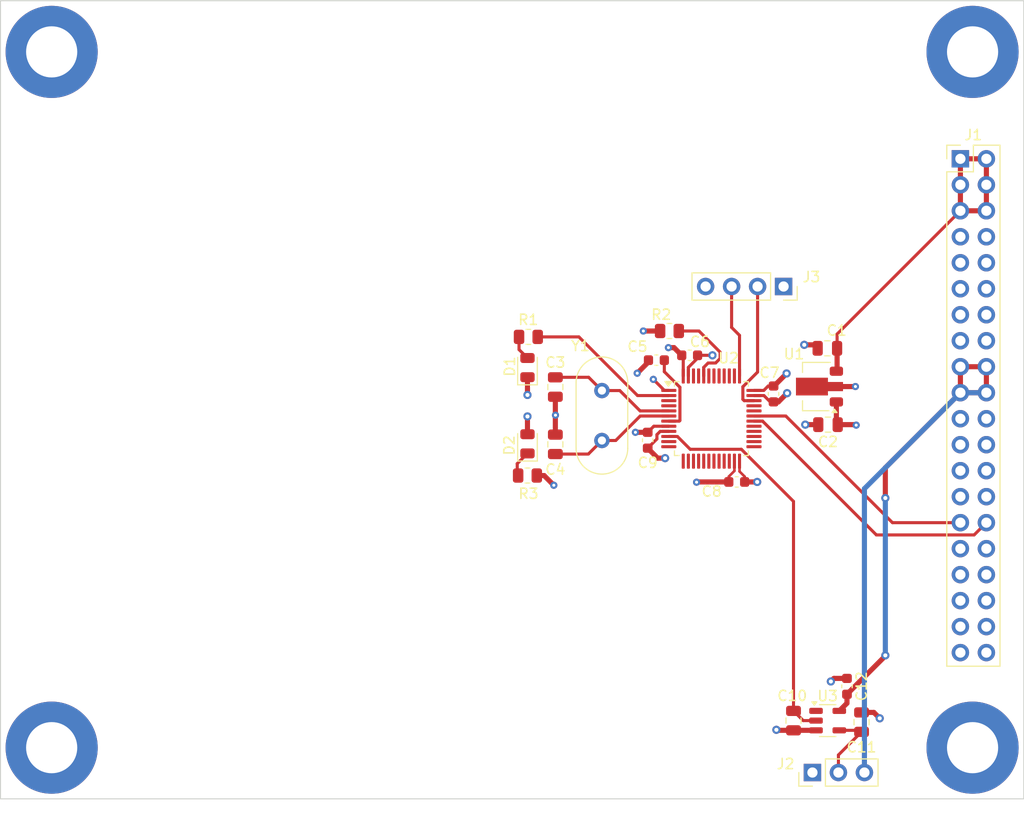
<source format=kicad_pcb>
(kicad_pcb (version 20240108) (generator "pcbnew") (generator_version "8.0")
  (layers (0 "F.Cu" signal) (1 "In1.Cu" signal) (2 "In2.Cu" signal) (31 "B.Cu" power) (34 "B.Paste" user) (35 "F.Paste" user) (36 "B.SilkS" user "B.Silkscreen") (37 "F.SilkS" user "F.Silkscreen") (38 "B.Mask" user) (39 "F.Mask" user) (44 "Edge.Cuts" user))
  (net 0 "")
  (net 1 "GND")
  (net 2 "VBATSW")
  (net 3 "3V3")
  (net 4 "Net-(U2-PD0)")
  (net 5 "Net-(U2-PD1)")
  (net 6 "Net-(U2-NRST)")
  (net 7 "Net-(D1-A)")
  (net 8 "Net-(D2-K)")
  (net 9 "TIM2_CH1")
  (net 10 "5V")
  (net 11 "SWDIO")
  (net 12 "SWCLK")
  (net 13 "Net-(U2-PC13)")
  (net 14 "Net-(U2-BOOT0)")
  (net 37 "UART1_RX")
  (net 38 "UART1_TX")
  (net 66 "TIM2_5V_SHIFT")
  (footprint "size 8 screw hole:size 8 hole .25 in hex nut" (layer "F.Cu") (at 186.2 130.17)
    (property "Reference" "REF**" (hide yes))
    (property "Value" "size 8 hole .25 in hex nut" (hide yes))
    (pad "1" thru_hole circle (at -0.05 -6.5) (size 9 9) (drill 5) (layers "*.Cu" "*.Mask"))
  )
  (footprint "Capacitor_SMD:C_0805_2012Metric" (layer "F.Cu") (at 145.375 88.425 90)
    (property "Reference" "C3" (at 2.4 0 0) (layer "F.SilkS"))
    (property "Value" "30pF")
    (fp_line (start -0.261252 -0.735) (end 0.261252 -0.735) (stroke (width 0.12)) (layer "F.SilkS"))
    (fp_line (start -0.261252 0.735) (end 0.261252 0.735) (stroke (width 0.12)) (layer "F.SilkS"))
    (pad "1" smd roundrect (at -0.95 0 90) (size 1 1.45) (layers "F.Cu" "F.Paste" "F.Mask") (net 1 "GND"))
    (pad "2" smd roundrect (at 0.95 0 90) (size 1 1.45) (layers "F.Cu" "F.Paste" "F.Mask") (net 4 "Net-(U2-PD0)"))
  )
  (footprint "Capacitor_SMD:C_0805_2012Metric" (layer "F.Cu") (at 145.375 94.025 -90)
    (property "Reference" "C4" (at 2.46 0 180) (layer "F.SilkS"))
    (property "Value" "30pF")
    (fp_line (start -0.261252 0.735) (end 0.261252 0.735) (stroke (width 0.12)) (layer "F.SilkS"))
    (fp_line (start -0.261252 -0.735) (end 0.261252 -0.735) (stroke (width 0.12)) (layer "F.SilkS"))
    (pad "1" smd roundrect (at -0.95 0 270) (size 1 1.45) (layers "F.Cu" "F.Paste" "F.Mask") (net 1 "GND"))
    (pad "2" smd roundrect (at 0.95 0 270) (size 1 1.45) (layers "F.Cu" "F.Paste" "F.Mask") (net 5 "Net-(U2-PD1)"))
  )
  (footprint "size 8 screw hole:size 8 hole .25 in hex nut" (layer "F.Cu") (at 96.2 62.17)
    (property "Reference" "REF**" (hide yes))
    (property "Value" "size 8 hole .25 in hex nut" (hide yes))
    (pad "1" thru_hole circle (at -0.05 -6.5) (size 9 9) (drill 5) (layers "*.Cu" "*.Mask"))
  )
  (footprint "Package_TO_SOT_SMD:SOT-89-3" (layer "F.Cu") (at 170.89 88.38 180)
    (property "Reference" "U1" (at 2.19 3.18 0) (layer "F.SilkS"))
    (property "Value" "L78L33_SOT89")
    (fp_line (start 1.36 2.36) (end -1.36 2.36) (stroke (width 0.12)) (layer "F.SilkS"))
    (fp_line (start 1.36 1.38) (end 1.36 2.36) (stroke (width 0.12)) (layer "F.SilkS"))
    (fp_line (start 1.36 -1.38) (end 1.36 -2.36) (stroke (width 0.12)) (layer "F.SilkS"))
    (fp_line (start -1.22 -2.36) (end 1.36 -2.36) (stroke (width 0.12)) (layer "F.SilkS"))
    (fp_poly (pts (xy -1.77 -2.21) (xy -2.01 -2.54) (xy -1.53 -2.54) (xy -1.77 -2.21)) (stroke (width 0.12)) (fill solid) (layer "F.SilkS"))
    (pad "1" smd roundrect (at -1.95 -1.5 180) (size 1.3 0.9) (layers "F.Cu" "F.Paste" "F.Mask") (net 3 "3V3"))
    (pad "2" smd custom (at -1.8625 0 180) (size 1.475 0.9) (layers "F.Cu" "F.Paste" "F.Mask") (net 1 "GND") (options (clearance outline) (anchor rect)) (primitives (gr_poly (pts (xy 3.8625 0.8665) (xy 0.7375 0.8665) (xy 0.7375 -0.8665) (xy 3.8625 -0.8665)) (width 0) (fill yes))))
    (pad "3" smd roundrect (at -1.95 1.5 180) (size 1.3 0.9) (layers "F.Cu" "F.Paste" "F.Mask") (net 2 "VBATSW"))
  )
  (footprint "Capacitor_SMD:C_0603_1608Metric" (layer "F.Cu") (at 173.875 117.675 -90)
    (property "Reference" "C12" (at 0 -1.43 90) (layer "F.SilkS"))
    (property "Value" "100nF")
    (fp_line (start -0.14058 0.51) (end 0.14058 0.51) (stroke (width 0.12)) (layer "F.SilkS"))
    (fp_line (start -0.14058 -0.51) (end 0.14058 -0.51) (stroke (width 0.12)) (layer "F.SilkS"))
    (pad "1" smd roundrect (at -0.775 0 270) (size 0.9 0.95) (layers "F.Cu" "F.Paste" "F.Mask") (net 1 "GND"))
    (pad "2" smd roundrect (at 0.775 0 270) (size 0.9 0.95) (layers "F.Cu" "F.Paste" "F.Mask") (net 10 "5V"))
  )
  (footprint "Connector_PinHeader_2.54mm:PinHeader_2x20_P2.54mm_Vertical" (layer "F.Cu") (at 184.96 66.12)
    (property "Reference" "J1" (at 1.27 -2.33 0) (layer "F.SilkS"))
    (property "Value" "~")
    (fp_line (start -1.33 -1.33) (end 0 -1.33) (stroke (width 0.12)) (layer "F.SilkS"))
    (fp_line (start -1.33 0) (end -1.33 -1.33) (stroke (width 0.12)) (layer "F.SilkS"))
    (fp_line (start -1.33 1.27) (end -1.33 49.59) (stroke (width 0.12)) (layer "F.SilkS"))
    (fp_line (start -1.33 1.27) (end 1.27 1.27) (stroke (width 0.12)) (layer "F.SilkS"))
    (fp_line (start -1.33 49.59) (end 3.87 49.59) (stroke (width 0.12)) (layer "F.SilkS"))
    (fp_line (start 1.27 -1.33) (end 3.87 -1.33) (stroke (width 0.12)) (layer "F.SilkS"))
    (fp_line (start 1.27 1.27) (end 1.27 -1.33) (stroke (width 0.12)) (layer "F.SilkS"))
    (fp_line (start 3.87 -1.33) (end 3.87 49.59) (stroke (width 0.12)) (layer "F.SilkS"))
    (pad "1" thru_hole rect (at 0 0) (size 1.7 1.7) (drill 1) (layers "*.Cu" "*.Mask") (net 2 "VBATSW"))
    (pad "2" thru_hole oval (at 2.54 0) (size 1.7 1.7) (drill 1) (layers "*.Cu" "*.Mask") (net 2 "VBATSW"))
    (pad "3" thru_hole oval (at 0 2.54) (size 1.7 1.7) (drill 1) (layers "*.Cu" "*.Mask") (net 2 "VBATSW"))
    (pad "4" thru_hole oval (at 2.54 2.54) (size 1.7 1.7) (drill 1) (layers "*.Cu" "*.Mask") (net 2 "VBATSW"))
    (pad "5" thru_hole oval (at 0 5.08) (size 1.7 1.7) (drill 1) (layers "*.Cu" "*.Mask") (net 2 "VBATSW"))
    (pad "6" thru_hole oval (at 2.54 5.08) (size 1.7 1.7) (drill 1) (layers "*.Cu" "*.Mask") (net 2 "VBATSW"))
    (pad "7" thru_hole oval (at 0 7.62) (size 1.7 1.7) (drill 1) (layers "*.Cu" "*.Mask") (net 1 "GND"))
    (pad "8" thru_hole oval (at 2.54 7.62) (size 1.7 1.7) (drill 1) (layers "*.Cu" "*.Mask") (net 1 "GND"))
    (pad "9" thru_hole oval (at 0 10.16) (size 1.7 1.7) (drill 1) (layers "*.Cu" "*.Mask"))
    (pad "10" thru_hole oval (at 2.54 10.16) (size 1.7 1.7) (drill 1) (layers "*.Cu" "*.Mask"))
    (pad "11" thru_hole oval (at 0 12.7) (size 1.7 1.7) (drill 1) (layers "*.Cu" "*.Mask"))
    (pad "12" thru_hole oval (at 2.54 12.7) (size 1.7 1.7) (drill 1) (layers "*.Cu" "*.Mask"))
    (pad "13" thru_hole oval (at 0 15.24) (size 1.7 1.7) (drill 1) (layers "*.Cu" "*.Mask"))
    (pad "14" thru_hole oval (at 2.54 15.24) (size 1.7 1.7) (drill 1) (layers "*.Cu" "*.Mask"))
    (pad "15" thru_hole oval (at 0 17.78) (size 1.7 1.7) (drill 1) (layers "*.Cu" "*.Mask") (net 1 "GND"))
    (pad "16" thru_hole oval (at 2.54 17.78) (size 1.7 1.7) (drill 1) (layers "*.Cu" "*.Mask") (net 1 "GND"))
    (pad "17" thru_hole oval (at 0 20.32) (size 1.7 1.7) (drill 1) (layers "*.Cu" "*.Mask") (net 10 "5V"))
    (pad "18" thru_hole oval (at 2.54 20.32) (size 1.7 1.7) (drill 1) (layers "*.Cu" "*.Mask") (net 10 "5V"))
    (pad "19" thru_hole oval (at 0 22.86) (size 1.7 1.7) (drill 1) (layers "*.Cu" "*.Mask") (net 10 "5V"))
    (pad "20" thru_hole oval (at 2.54 22.86) (size 1.7 1.7) (drill 1) (layers "*.Cu" "*.Mask") (net 10 "5V"))
    (pad "21" thru_hole oval (at 0 25.4) (size 1.7 1.7) (drill 1) (layers "*.Cu" "*.Mask"))
    (pad "22" thru_hole oval (at 2.54 25.4) (size 1.7 1.7) (drill 1) (layers "*.Cu" "*.Mask"))
    (pad "23" thru_hole oval (at 0 27.94) (size 1.7 1.7) (drill 1) (layers "*.Cu" "*.Mask"))
    (pad "24" thru_hole oval (at 2.54 27.94) (size 1.7 1.7) (drill 1) (layers "*.Cu" "*.Mask"))
    (pad "25" thru_hole oval (at 0 30.48) (size 1.7 1.7) (drill 1) (layers "*.Cu" "*.Mask") (net 1 "GND"))
    (pad "26" thru_hole oval (at 2.54 30.48) (size 1.7 1.7) (drill 1) (layers "*.Cu" "*.Mask") (net 1 "GND"))
    (pad "27" thru_hole oval (at 0 33.02) (size 1.7 1.7) (drill 1) (layers "*.Cu" "*.Mask"))
    (pad "28" thru_hole oval (at 2.54 33.02) (size 1.7 1.7) (drill 1) (layers "*.Cu" "*.Mask"))
    (pad "29" thru_hole oval (at 0 35.56) (size 1.7 1.7) (drill 1) (layers "*.Cu" "*.Mask") (net 37 "UART1_RX"))
    (pad "30" thru_hole oval (at 2.54 35.56) (size 1.7 1.7) (drill 1) (layers "*.Cu" "*.Mask") (net 38 "UART1_TX"))
    (pad "31" thru_hole oval (at 0 38.1) (size 1.7 1.7) (drill 1) (layers "*.Cu" "*.Mask"))
    (pad "32" thru_hole oval (at 2.54 38.1) (size 1.7 1.7) (drill 1) (layers "*.Cu" "*.Mask"))
    (pad "33" thru_hole oval (at 0 40.64) (size 1.7 1.7) (drill 1) (layers "*.Cu" "*.Mask") (net 1 "GND"))
    (pad "34" thru_hole oval (at 2.54 40.64) (size 1.7 1.7) (drill 1) (layers "*.Cu" "*.Mask") (net 1 "GND"))
    (pad "35" thru_hole oval (at 0 43.18) (size 1.7 1.7) (drill 1) (layers "*.Cu" "*.Mask"))
    (pad "36" thru_hole oval (at 2.54 43.18) (size 1.7 1.7) (drill 1) (layers "*.Cu" "*.Mask"))
    (pad "37" thru_hole oval (at 0 45.72) (size 1.7 1.7) (drill 1) (layers "*.Cu" "*.Mask"))
    (pad "38" thru_hole oval (at 2.54 45.72) (size 1.7 1.7) (drill 1) (layers "*.Cu" "*.Mask"))
    (pad "39" thru_hole oval (at 0 48.26) (size 1.7 1.7) (drill 1) (layers "*.Cu" "*.Mask"))
    (pad "40" thru_hole oval (at 2.54 48.26) (size 1.7 1.7) (drill 1) (layers "*.Cu" "*.Mask"))
  )
  (footprint "Package_TO_SOT_SMD:SOT-23-5" (layer "F.Cu") (at 171.9875 121.025)
    (property "Reference" "U3" (at 0 -2.4 0) (layer "F.SilkS"))
    (property "Value" "SN74LV1T34DBV")
    (fp_line (start 0 -1.56) (end -0.8 -1.56) (stroke (width 0.12)) (layer "F.SilkS"))
    (fp_line (start 0 -1.56) (end 0.8 -1.56) (stroke (width 0.12)) (layer "F.SilkS"))
    (fp_line (start 0 1.56) (end -0.8 1.56) (stroke (width 0.12)) (layer "F.SilkS"))
    (fp_line (start 0 1.56) (end 0.8 1.56) (stroke (width 0.12)) (layer "F.SilkS"))
    (fp_poly (pts (xy -1.3 -1.51) (xy -1.54 -1.84) (xy -1.06 -1.84) (xy -1.3 -1.51)) (stroke (width 0.12)) (fill solid) (layer "F.SilkS"))
    (pad "1" smd roundrect (at -1.1375 -0.95) (size 1.325 0.6) (layers "F.Cu" "F.Paste" "F.Mask"))
    (pad "2" smd roundrect (at -1.1375 0) (size 1.325 0.6) (layers "F.Cu" "F.Paste" "F.Mask") (net 9 "TIM2_CH1"))
    (pad "3" smd roundrect (at -1.1375 0.95) (size 1.325 0.6) (layers "F.Cu" "F.Paste" "F.Mask") (net 1 "GND"))
    (pad "4" smd roundrect (at 1.1375 0.95) (size 1.325 0.6) (layers "F.Cu" "F.Paste" "F.Mask") (net 66 "TIM2_5V_SHIFT"))
    (pad "5" smd roundrect (at 1.1375 -0.95) (size 1.325 0.6) (layers "F.Cu" "F.Paste" "F.Mask") (net 10 "5V"))
  )
  (footprint "Capacitor_SMD:C_0603_1608Metric" (layer "F.Cu") (at 163.1 97.7 180)
    (property "Reference" "C8" (at 2.45 -0.925 180) (layer "F.SilkS"))
    (property "Value" "100nF")
    (fp_line (start -0.14058 0.51) (end 0.14058 0.51) (stroke (width 0.12)) (layer "F.SilkS"))
    (fp_line (start -0.14058 -0.51) (end 0.14058 -0.51) (stroke (width 0.12)) (layer "F.SilkS"))
    (pad "1" smd roundrect (at -0.775 0 180) (size 0.9 0.95) (layers "F.Cu" "F.Paste" "F.Mask") (net 3 "3V3"))
    (pad "2" smd roundrect (at 0.775 0 180) (size 0.9 0.95) (layers "F.Cu" "F.Paste" "F.Mask") (net 1 "GND"))
  )
  (footprint "Connector_PinSocket_2.54mm:PinSocket_1x04_P2.54mm_Vertical" (layer "F.Cu") (at 167.68 78.6 -90)
    (property "Reference" "J3" (at -0.93 -2.73 180) (layer "F.SilkS"))
    (property "Value" "Conn_01x04")
    (fp_line (start -1.33 8.95) (end 1.33 8.95) (stroke (width 0.12)) (layer "F.SilkS"))
    (fp_line (start -1.33 1.27) (end -1.33 8.95) (stroke (width 0.12)) (layer "F.SilkS"))
    (fp_line (start -1.33 1.27) (end 1.33 1.27) (stroke (width 0.12)) (layer "F.SilkS"))
    (fp_line (start 1.33 1.27) (end 1.33 8.95) (stroke (width 0.12)) (layer "F.SilkS"))
    (fp_line (start 0 -1.33) (end 1.33 -1.33) (stroke (width 0.12)) (layer "F.SilkS"))
    (fp_line (start 1.33 -1.33) (end 1.33 0) (stroke (width 0.12)) (layer "F.SilkS"))
    (pad "1" thru_hole rect (at 0 0 270) (size 1.7 1.7) (drill 1) (layers "*.Cu" "*.Mask") (net 3 "3V3"))
    (pad "2" thru_hole oval (at 0 2.54 270) (size 1.7 1.7) (drill 1) (layers "*.Cu" "*.Mask") (net 11 "SWDIO"))
    (pad "3" thru_hole oval (at 0 5.08 270) (size 1.7 1.7) (drill 1) (layers "*.Cu" "*.Mask") (net 12 "SWCLK"))
    (pad "4" thru_hole oval (at 0 7.62 270) (size 1.7 1.7) (drill 1) (layers "*.Cu" "*.Mask") (net 1 "GND"))
  )
  (footprint "Capacitor_SMD:C_0603_1608Metric" (layer "F.Cu") (at 166.7 89.1 -90)
    (property "Reference" "C7" (at -2.075 0.4 0) (layer "F.SilkS"))
    (property "Value" "100nF")
    (fp_line (start -0.14058 0.51) (end 0.14058 0.51) (stroke (width 0.12)) (layer "F.SilkS"))
    (fp_line (start -0.14058 -0.51) (end 0.14058 -0.51) (stroke (width 0.12)) (layer "F.SilkS"))
    (pad "1" smd roundrect (at -0.775 0 270) (size 0.9 0.95) (layers "F.Cu" "F.Paste" "F.Mask") (net 3 "3V3"))
    (pad "2" smd roundrect (at 0.775 0 270) (size 0.9 0.95) (layers "F.Cu" "F.Paste" "F.Mask") (net 1 "GND"))
  )
  (footprint "Crystal:Crystal_HC49-4H_Vertical" (layer "F.Cu") (at 149.925 93.65 90)
    (property "Reference" "Y1" (at 9.25 -2.1 180) (layer "F.SilkS"))
    (property "Value" "16MHz")
    (fp_line (start -0.76 -2.525) (end 5.64 -2.525) (stroke (width 0.12)) (layer "F.SilkS"))
    (fp_line (start -0.76 2.525) (end 5.64 2.525) (stroke (width 0.12)) (layer "F.SilkS"))
    (fp_arc (start 5.64 -2.525) (mid 8.165 0) (end 5.64 2.525) (stroke (width 0.12)) (layer "F.SilkS"))
    (fp_arc (start -0.76 2.525) (mid -3.285 0) (end -0.76 -2.525) (stroke (width 0.12)) (layer "F.SilkS"))
    (pad "1" thru_hole circle (at 0 0 90) (size 1.5 1.5) (drill 0.8) (layers "*.Cu" "*.Mask") (net 5 "Net-(U2-PD1)"))
    (pad "2" thru_hole circle (at 4.88 0 90) (size 1.5 1.5) (drill 0.8) (layers "*.Cu" "*.Mask") (net 4 "Net-(U2-PD0)"))
  )
  (footprint "Capacitor_SMD:C_0805_2012Metric" (layer "F.Cu") (at 175.3 121.175 90)
    (property "Reference" "C11" (at -2.45 0 180) (layer "F.SilkS"))
    (property "Value" "2.5pF")
    (fp_line (start -0.261252 -0.735) (end 0.261252 -0.735) (stroke (width 0.12)) (layer "F.SilkS"))
    (fp_line (start -0.261252 0.735) (end 0.261252 0.735) (stroke (width 0.12)) (layer "F.SilkS"))
    (pad "1" smd roundrect (at -0.95 0 90) (size 1 1.45) (layers "F.Cu" "F.Paste" "F.Mask") (net 66 "TIM2_5V_SHIFT"))
    (pad "2" smd roundrect (at 0.95 0 90) (size 1 1.45) (layers "F.Cu" "F.Paste" "F.Mask") (net 1 "GND"))
  )
  (footprint "size 8 screw hole:size 8 hole .25 in hex nut" (layer "F.Cu") (at 96.2 130.17)
    (property "Reference" "REF**" (hide yes))
    (property "Value" "size 8 hole .25 in hex nut" (hide yes))
    (pad "1" thru_hole circle (at -0.05 -6.5) (size 9 9) (drill 5) (layers "*.Cu" "*.Mask"))
  )
  (footprint "Capacitor_SMD:C_0805_2012Metric" (layer "F.Cu") (at 168.65 121.025 -90)
    (property "Reference" "C10" (at -2.425 0.125 180) (layer "F.SilkS"))
    (property "Value" "2pF")
    (fp_line (start -0.261252 0.735) (end 0.261252 0.735) (stroke (width 0.12)) (layer "F.SilkS"))
    (fp_line (start -0.261252 -0.735) (end 0.261252 -0.735) (stroke (width 0.12)) (layer "F.SilkS"))
    (pad "1" smd roundrect (at -0.95 0 270) (size 1 1.45) (layers "F.Cu" "F.Paste" "F.Mask") (net 9 "TIM2_CH1"))
    (pad "2" smd roundrect (at 0.95 0 270) (size 1 1.45) (layers "F.Cu" "F.Paste" "F.Mask") (net 1 "GND"))
  )
  (footprint "Capacitor_SMD:C_0603_1608Metric" (layer "F.Cu") (at 158.5 85.325)
    (property "Reference" "C6" (at 1 -1.325 0) (layer "F.SilkS"))
    (property "Value" "100nF")
    (fp_line (start -0.14058 -0.51) (end 0.14058 -0.51) (stroke (width 0.12)) (layer "F.SilkS"))
    (fp_line (start -0.14058 0.51) (end 0.14058 0.51) (stroke (width 0.12)) (layer "F.SilkS"))
    (pad "1" smd roundrect (at -0.775 0) (size 0.9 0.95) (layers "F.Cu" "F.Paste" "F.Mask") (net 3 "3V3"))
    (pad "2" smd roundrect (at 0.775 0) (size 0.9 0.95) (layers "F.Cu" "F.Paste" "F.Mask") (net 1 "GND"))
  )
  (footprint "Resistor_SMD:R_0805_2012Metric" (layer "F.Cu") (at 142.7375 83.525)
    (property "Reference" "R1" (at -0.0125 -1.675 0) (layer "F.SilkS"))
    (property "Value" "510R")
    (fp_line (start -0.227064 -0.735) (end 0.227064 -0.735) (stroke (width 0.12)) (layer "F.SilkS"))
    (fp_line (start -0.227064 0.735) (end 0.227064 0.735) (stroke (width 0.12)) (layer "F.SilkS"))
    (pad "1" smd roundrect (at -0.9125 0) (size 1.025 1.4) (layers "F.Cu" "F.Paste" "F.Mask") (roundrect_rratio 0.243902) (net 7 "Net-(D1-A)"))
    (pad "2" smd roundrect (at 0.9125 0) (size 1.025 1.4) (layers "F.Cu" "F.Paste" "F.Mask") (roundrect_rratio 0.243902) (net 13 "Net-(U2-PC13)"))
  )
  (footprint "size 8 screw hole:size 8 hole .25 in hex nut" (layer "F.Cu") (at 186.2 62.17)
    (property "Reference" "REF**" (hide yes))
    (property "Value" "size 8 hole .25 in hex nut" (hide yes))
    (pad "1" thru_hole circle (at -0.05 -6.5) (size 9 9) (drill 5) (layers "*.Cu" "*.Mask"))
  )
  (footprint "Capacitor_SMD:C_0603_1608Metric" (layer "F.Cu") (at 155.25 85.8)
    (property "Reference" "C5" (at -1.85 -1.325 0) (layer "F.SilkS"))
    (property "Value" "100nF")
    (fp_line (start -0.14058 -0.51) (end 0.14058 -0.51) (stroke (width 0.12)) (layer "F.SilkS"))
    (fp_line (start -0.14058 0.51) (end 0.14058 0.51) (stroke (width 0.12)) (layer "F.SilkS"))
    (pad "1" smd roundrect (at -0.775 0) (size 0.9 0.95) (layers "F.Cu" "F.Paste" "F.Mask") (net 1 "GND"))
    (pad "2" smd roundrect (at 0.775 0) (size 0.9 0.95) (layers "F.Cu" "F.Paste" "F.Mask") (net 6 "Net-(U2-NRST)"))
  )
  (footprint "Connector_PinHeader_2.54mm:PinHeader_1x03_P2.54mm_Vertical" (layer "F.Cu") (at 170.5 126.1 90)
    (property "Reference" "J2" (at 0.84 -2.62 180) (layer "F.SilkS"))
    (property "Value" "Conn_01x03")
    (fp_line (start -1.33 -1.33) (end 0 -1.33) (stroke (width 0.12)) (layer "F.SilkS"))
    (fp_line (start -1.33 0) (end -1.33 -1.33) (stroke (width 0.12)) (layer "F.SilkS"))
    (fp_line (start 1.33 1.27) (end 1.33 6.41) (stroke (width 0.12)) (layer "F.SilkS"))
    (fp_line (start -1.33 1.27) (end 1.33 1.27) (stroke (width 0.12)) (layer "F.SilkS"))
    (fp_line (start -1.33 1.27) (end -1.33 6.41) (stroke (width 0.12)) (layer "F.SilkS"))
    (fp_line (start -1.33 6.41) (end 1.33 6.41) (stroke (width 0.12)) (layer "F.SilkS"))
    (pad "1" thru_hole rect (at 0 0 90) (size 1.7 1.7) (drill 1) (layers "*.Cu" "*.Mask") (net 1 "GND"))
    (pad "2" thru_hole oval (at 0 2.54 90) (size 1.7 1.7) (drill 1) (layers "*.Cu" "*.Mask") (net 66 "TIM2_5V_SHIFT"))
    (pad "3" thru_hole oval (at 0 5.08 90) (size 1.7 1.7) (drill 1) (layers "*.Cu" "*.Mask") (net 10 "5V"))
  )
  (footprint "Package_QFP:LQFP-48_7x7mm_P0.5mm" (layer "F.Cu") (at 160.625 91.5075)
    (property "Reference" "U2" (at 1.675 -5.9075 0) (layer "F.SilkS"))
    (property "Value" "STM32F103C6Tx")
    (fp_line (start -3.61 -3.61) (end -3.61 -3.16) (stroke (width 0.12)) (layer "F.SilkS"))
    (fp_line (start -3.61 3.61) (end -3.61 3.16) (stroke (width 0.12)) (layer "F.SilkS"))
    (fp_line (start -3.16 -3.61) (end -3.61 -3.61) (stroke (width 0.12)) (layer "F.SilkS"))
    (fp_line (start -3.16 3.61) (end -3.61 3.61) (stroke (width 0.12)) (layer "F.SilkS"))
    (fp_line (start 3.16 -3.61) (end 3.61 -3.61) (stroke (width 0.12)) (layer "F.SilkS"))
    (fp_line (start 3.16 3.61) (end 3.61 3.61) (stroke (width 0.12)) (layer "F.SilkS"))
    (fp_line (start 3.61 -3.61) (end 3.61 -3.16) (stroke (width 0.12)) (layer "F.SilkS"))
    (fp_line (start 3.61 3.61) (end 3.61 3.16) (stroke (width 0.12)) (layer "F.SilkS"))
    (fp_poly (pts (xy -4.2 -3.16) (xy -4.54 -3.63) (xy -3.86 -3.63) (xy -4.2 -3.16)) (stroke (width 0.12)) (fill solid) (layer "F.SilkS"))
    (pad "1" smd roundrect (at -4.1625 -2.75) (size 1.475 0.3) (layers "F.Cu" "F.Paste" "F.Mask") (net 3 "3V3"))
    (pad "2" smd roundrect (at -4.1625 -2.25) (size 1.475 0.3) (layers "F.Cu" "F.Paste" "F.Mask") (net 13 "Net-(U2-PC13)"))
    (pad "3" smd roundrect (at -4.1625 -1.75) (size 1.475 0.3) (layers "F.Cu" "F.Paste" "F.Mask"))
    (pad "4" smd roundrect (at -4.1625 -1.25) (size 1.475 0.3) (layers "F.Cu" "F.Paste" "F.Mask"))
    (pad "5" smd roundrect (at -4.1625 -0.75) (size 1.475 0.3) (layers "F.Cu" "F.Paste" "F.Mask") (net 4 "Net-(U2-PD0)"))
    (pad "6" smd roundrect (at -4.1625 -0.25) (size 1.475 0.3) (layers "F.Cu" "F.Paste" "F.Mask") (net 5 "Net-(U2-PD1)"))
    (pad "7" smd roundrect (at -4.1625 0.25) (size 1.475 0.3) (layers "F.Cu" "F.Paste" "F.Mask") (net 6 "Net-(U2-NRST)"))
    (pad "8" smd roundrect (at -4.1625 0.75) (size 1.475 0.3) (layers "F.Cu" "F.Paste" "F.Mask") (net 1 "GND"))
    (pad "9" smd roundrect (at -4.1625 1.25) (size 1.475 0.3) (layers "F.Cu" "F.Paste" "F.Mask") (net 3 "3V3"))
    (pad "10" smd roundrect (at -4.1625 1.75) (size 1.475 0.3) (layers "F.Cu" "F.Paste" "F.Mask") (net 9 "TIM2_CH1"))
    (pad "11" smd roundrect (at -4.1625 2.25) (size 1.475 0.3) (layers "F.Cu" "F.Paste" "F.Mask"))
    (pad "12" smd roundrect (at -4.1625 2.75) (size 1.475 0.3) (layers "F.Cu" "F.Paste" "F.Mask"))
    (pad "13" smd roundrect (at -2.75 4.1625) (size 0.3 1.475) (layers "F.Cu" "F.Paste" "F.Mask"))
    (pad "14" smd roundrect (at -2.25 4.1625) (size 0.3 1.475) (layers "F.Cu" "F.Paste" "F.Mask"))
    (pad "15" smd roundrect (at -1.75 4.1625) (size 0.3 1.475) (layers "F.Cu" "F.Paste" "F.Mask"))
    (pad "16" smd roundrect (at -1.25 4.1625) (size 0.3 1.475) (layers "F.Cu" "F.Paste" "F.Mask"))
    (pad "17" smd roundrect (at -0.75 4.1625) (size 0.3 1.475) (layers "F.Cu" "F.Paste" "F.Mask"))
    (pad "18" smd roundrect (at -0.25 4.1625) (size 0.3 1.475) (layers "F.Cu" "F.Paste" "F.Mask"))
    (pad "19" smd roundrect (at 0.25 4.1625) (size 0.3 1.475) (layers "F.Cu" "F.Paste" "F.Mask"))
    (pad "20" smd roundrect (at 0.75 4.1625) (size 0.3 1.475) (layers "F.Cu" "F.Paste" "F.Mask"))
    (pad "21" smd roundrect (at 1.25 4.1625) (size 0.3 1.475) (layers "F.Cu" "F.Paste" "F.Mask"))
    (pad "22" smd roundrect (at 1.75 4.1625) (size 0.3 1.475) (layers "F.Cu" "F.Paste" "F.Mask"))
    (pad "23" smd roundrect (at 2.25 4.1625) (size 0.3 1.475) (layers "F.Cu" "F.Paste" "F.Mask") (net 1 "GND"))
    (pad "24" smd roundrect (at 2.75 4.1625) (size 0.3 1.475) (layers "F.Cu" "F.Paste" "F.Mask") (net 3 "3V3"))
    (pad "25" smd roundrect (at 4.1625 2.75) (size 1.475 0.3) (layers "F.Cu" "F.Paste" "F.Mask"))
    (pad "26" smd roundrect (at 4.1625 2.25) (size 1.475 0.3) (layers "F.Cu" "F.Paste" "F.Mask"))
    (pad "27" smd roundrect (at 4.1625 1.75) (size 1.475 0.3) (layers "F.Cu" "F.Paste" "F.Mask"))
    (pad "28" smd roundrect (at 4.1625 1.25) (size 1.475 0.3) (layers "F.Cu" "F.Paste" "F.Mask"))
    (pad "29" smd roundrect (at 4.1625 0.75) (size 1.475 0.3) (layers "F.Cu" "F.Paste" "F.Mask"))
    (pad "30" smd roundrect (at 4.1625 0.25) (size 1.475 0.3) (layers "F.Cu" "F.Paste" "F.Mask") (net 38 "UART1_TX"))
    (pad "31" smd roundrect (at 4.1625 -0.25) (size 1.475 0.3) (layers "F.Cu" "F.Paste" "F.Mask") (net 37 "UART1_RX"))
    (pad "32" smd roundrect (at 4.1625 -0.75) (size 1.475 0.3) (layers "F.Cu" "F.Paste" "F.Mask"))
    (pad "33" smd roundrect (at 4.1625 -1.25) (size 1.475 0.3) (layers "F.Cu" "F.Paste" "F.Mask"))
    (pad "34" smd roundrect (at 4.1625 -1.75) (size 1.475 0.3) (layers "F.Cu" "F.Paste" "F.Mask") (net 11 "SWDIO"))
    (pad "35" smd roundrect (at 4.1625 -2.25) (size 1.475 0.3) (layers "F.Cu" "F.Paste" "F.Mask") (net 1 "GND"))
    (pad "36" smd roundrect (at 4.1625 -2.75) (size 1.475 0.3) (layers "F.Cu" "F.Paste" "F.Mask") (net 3 "3V3"))
    (pad "37" smd roundrect (at 2.75 -4.1625) (size 0.3 1.475) (layers "F.Cu" "F.Paste" "F.Mask") (net 12 "SWCLK"))
    (pad "38" smd roundrect (at 2.25 -4.1625) (size 0.3 1.475) (layers "F.Cu" "F.Paste" "F.Mask"))
    (pad "39" smd roundrect (at 1.75 -4.1625) (size 0.3 1.475) (layers "F.Cu" "F.Paste" "F.Mask"))
    (pad "40" smd roundrect (at 1.25 -4.1625) (size 0.3 1.475) (layers "F.Cu" "F.Paste" "F.Mask"))
    (pad "41" smd roundrect (at 0.75 -4.1625) (size 0.3 1.475) (layers "F.Cu" "F.Paste" "F.Mask"))
    (pad "42" smd roundrect (at 0.25 -4.1625) (size 0.3 1.475) (layers "F.Cu" "F.Paste" "F.Mask"))
    (pad "43" smd roundrect (at -0.25 -4.1625) (size 0.3 1.475) (layers "F.Cu" "F.Paste" "F.Mask"))
    (pad "44" smd roundrect (at -0.75 -4.1625) (size 0.3 1.475) (layers "F.Cu" "F.Paste" "F.Mask") (net 14 "Net-(U2-BOOT0)"))
    (pad "45" smd roundrect (at -1.25 -4.1625) (size 0.3 1.475) (layers "F.Cu" "F.Paste" "F.Mask"))
    (pad "46" smd roundrect (at -1.75 -4.1625) (size 0.3 1.475) (layers "F.Cu" "F.Paste" "F.Mask"))
    (pad "47" smd roundrect (at -2.25 -4.1625) (size 0.3 1.475) (layers "F.Cu" "F.Paste" "F.Mask") (net 1 "GND"))
    (pad "48" smd roundrect (at -2.75 -4.1625) (size 0.3 1.475) (layers "F.Cu" "F.Paste" "F.Mask") (net 3 "3V3"))
  )
  (footprint "Resistor_SMD:R_0805_2012Metric" (layer "F.Cu") (at 156.525 82.95 180)
    (property "Reference" "R2" (at 0.8 1.6 0) (layer "F.SilkS"))
    (property "Value" "10K")
    (fp_line (start -0.227064 0.735) (end 0.227064 0.735) (stroke (width 0.12)) (layer "F.SilkS"))
    (fp_line (start -0.227064 -0.735) (end 0.227064 -0.735) (stroke (width 0.12)) (layer "F.SilkS"))
    (pad "1" smd roundrect (at -0.9125 0 180) (size 1.025 1.4) (layers "F.Cu" "F.Paste" "F.Mask") (roundrect_rratio 0.243902) (net 14 "Net-(U2-BOOT0)"))
    (pad "2" smd roundrect (at 0.9125 0 180) (size 1.025 1.4) (layers "F.Cu" "F.Paste" "F.Mask") (roundrect_rratio 0.243902) (net 1 "GND"))
  )
  (footprint "Capacitor_SMD:C_0805_2012Metric" (layer "F.Cu") (at 172.02 92.1 180)
    (property "Reference" "C2" (at 0 -1.68 0) (layer "F.SilkS"))
    (property "Value" "10μF")
    (fp_line (start -0.261252 0.735) (end 0.261252 0.735) (stroke (width 0.12)) (layer "F.SilkS"))
    (fp_line (start -0.261252 -0.735) (end 0.261252 -0.735) (stroke (width 0.12)) (layer "F.SilkS"))
    (pad "1" smd roundrect (at -0.95 0 180) (size 1 1.45) (layers "F.Cu" "F.Paste" "F.Mask") (net 3 "3V3"))
    (pad "2" smd roundrect (at 0.95 0 180) (size 1 1.45) (layers "F.Cu" "F.Paste" "F.Mask") (net 1 "GND"))
  )
  (footprint "Capacitor_SMD:C_0603_1608Metric" (layer "F.Cu") (at 154.4 93.625 90)
    (property "Reference" "C9" (at -2.2 0 180) (layer "F.SilkS"))
    (property "Value" "100nF")
    (fp_line (start -0.14058 -0.51) (end 0.14058 -0.51) (stroke (width 0.12)) (layer "F.SilkS"))
    (fp_line (start -0.14058 0.51) (end 0.14058 0.51) (stroke (width 0.12)) (layer "F.SilkS"))
    (pad "1" smd roundrect (at -0.775 0 90) (size 0.9 0.95) (layers "F.Cu" "F.Paste" "F.Mask") (net 3 "3V3"))
    (pad "2" smd roundrect (at 0.775 0 90) (size 0.9 0.95) (layers "F.Cu" "F.Paste" "F.Mask") (net 1 "GND"))
  )
  (footprint "Resistor_SMD:R_0805_2012Metric" (layer "F.Cu") (at 142.65 97.075)
    (property "Reference" "R3" (at 0.1 1.775 0) (layer "F.SilkS"))
    (property "Value" "510R")
    (fp_line (start -0.227064 -0.735) (end 0.227064 -0.735) (stroke (width 0.12)) (layer "F.SilkS"))
    (fp_line (start -0.227064 0.735) (end 0.227064 0.735) (stroke (width 0.12)) (layer "F.SilkS"))
    (pad "1" smd roundrect (at -0.9125 0) (size 1.025 1.4) (layers "F.Cu" "F.Paste" "F.Mask") (roundrect_rratio 0.243902) (net 8 "Net-(D2-K)"))
    (pad "2" smd roundrect (at 0.9125 0) (size 1.025 1.4) (layers "F.Cu" "F.Paste" "F.Mask") (roundrect_rratio 0.243902) (net 1 "GND"))
  )
  (footprint "LED_SMD:LED_0805_2012Metric" (layer "F.Cu") (at 142.65 86.525 90)
    (property "Reference" "D1" (at 0.1 -1.725 90) (layer "F.SilkS"))
    (property "Value" "LED")
    (fp_line (start 1 -0.96) (end -1.685 -0.96) (stroke (width 0.12)) (layer "F.SilkS"))
    (fp_line (start -1.685 -0.96) (end -1.685 0.96) (stroke (width 0.12)) (layer "F.SilkS"))
    (fp_line (start -1.685 0.96) (end 1 0.96) (stroke (width 0.12)) (layer "F.SilkS"))
    (pad "1" smd roundrect (at -0.9375 0 90) (size 0.975 1.4) (layers "F.Cu" "F.Paste" "F.Mask") (net 1 "GND"))
    (pad "2" smd roundrect (at 0.9375 0 90) (size 0.975 1.4) (layers "F.Cu" "F.Paste" "F.Mask") (net 7 "Net-(D1-A)"))
  )
  (footprint "LED_SMD:LED_0805_2012Metric" (layer "F.Cu") (at 142.65 93.975 90)
    (property "Reference" "D2" (at -0.15 -1.775 90) (layer "F.SilkS"))
    (property "Value" "PWR LED")
    (fp_line (start 1 -0.96) (end -1.685 -0.96) (stroke (width 0.12)) (layer "F.SilkS"))
    (fp_line (start -1.685 -0.96) (end -1.685 0.96) (stroke (width 0.12)) (layer "F.SilkS"))
    (fp_line (start -1.685 0.96) (end 1 0.96) (stroke (width 0.12)) (layer "F.SilkS"))
    (pad "1" smd roundrect (at -0.9375 0 90) (size 0.975 1.4) (layers "F.Cu" "F.Paste" "F.Mask") (net 8 "Net-(D2-K)"))
    (pad "2" smd roundrect (at 0.9375 0 90) (size 0.975 1.4) (layers "F.Cu" "F.Paste" "F.Mask") (net 3 "3V3"))
  )
  (footprint "Capacitor_SMD:C_0805_2012Metric" (layer "F.Cu") (at 171.96 84.64 180)
    (property "Reference" "C1" (at -0.91 1.74 0) (layer "F.SilkS"))
    (property "Value" "1μF")
    (fp_line (start -0.261252 0.735) (end 0.261252 0.735) (stroke (width 0.12)) (layer "F.SilkS"))
    (fp_line (start -0.261252 -0.735) (end 0.261252 -0.735) (stroke (width 0.12)) (layer "F.SilkS"))
    (pad "1" smd roundrect (at -0.95 0 180) (size 1 1.45) (layers "F.Cu" "F.Paste" "F.Mask") (net 2 "VBATSW"))
    (pad "2" smd roundrect (at 0.95 0 180) (size 1 1.45) (layers "F.Cu" "F.Paste" "F.Mask") (net 1 "GND"))
  )
  (gr_rect (start 91.15 50.67) (end 191.15 128.67) (stroke (width 0.1)) (fill none) (layer "Edge.Cuts"))
  (segment (start 154.9925 92.2575) (end 154.4 92.85) (width 0.3) (layer "F.Cu") (net 1))
  (segment (start 144.275 97.075) (end 145.225 98.025) (width 0.5) (layer "F.Cu") (net 1))
  (segment (start 170.85 121.975) (end 168.65 121.975) (width 0.5) (layer "F.Cu") (net 1))
  (segment (start 145.375 91.1875) (end 145.3875 91.175) (width 0.5) (layer "F.Cu") (net 1))
  (segment (start 172.6 116.9) (end 172.3 117.2) (width 0.5) (layer "F.Cu") (net 1))
  (segment (start 162.325 97.175) (end 162.325 97.7) (width 0.25) (layer "F.Cu") (net 1))
  (segment (start 143.5625 97.075) (end 144.275 97.075) (width 0.5) (layer "F.Cu") (net 1))
  (segment (start 170.67 84.3) (end 171.01 84.64) (width 0.5) (layer "F.Cu") (net 1))
  (segment (start 158.375 86.50438) (end 159.275 85.60438) (width 0.3) (layer "F.Cu") (net 1))
  (segment (start 159.2 97.7) (end 159.175 97.725) (width 0.5) (layer "F.Cu") (net 1))
  (segment (start 162.325 97.7) (end 159.2 97.7) (width 0.5) (layer "F.Cu") (net 1))
  (segment (start 154.475 85.975) (end 153.375 87.075) (width 0.5) (layer "F.Cu") (net 1))
  (segment (start 173.875 116.9) (end 172.6 116.9) (width 0.5) (layer "F.Cu") (net 1))
  (segment (start 176.5 120.225) (end 177.075 120.8) (width 0.5) (layer "F.Cu") (net 1))
  (segment (start 167.175 89.875) (end 168.025 89.025) (width 0.5) (layer "F.Cu") (net 1))
  (segment (start 169.7 84.3) (end 170.67 84.3) (width 0.5) (layer "F.Cu") (net 1))
  (segment (start 162.875 95.67) (end 162.875 96.625) (width 0.25) (layer "F.Cu") (net 1))
  (segment (start 145.375 91.1625) (end 145.3875 91.175) (width 0.5) (layer "F.Cu") (net 1))
  (segment (start 159.275 85.325) (end 160.725 85.325) (width 0.3) (layer "F.Cu") (net 1))
  (segment (start 165.7575 89.2575) (end 166.375 89.875) (width 0.3) (layer "F.Cu") (net 1))
  (segment (start 167.025 121.975) (end 166.975 121.925) (width 0.5) (layer "F.Cu") (net 1))
  (segment (start 159.275 85.60438) (end 159.275 85.325) (width 0.3) (layer "F.Cu") (net 1))
  (segment (start 145.375 89.375) (end 145.375 91.1625) (width 0.5) (layer "F.Cu") (net 1))
  (segment (start 175.3 120.225) (end 176.5 120.225) (width 0.5) (layer "F.Cu") (net 1))
  (segment (start 145.375 93.075) (end 145.375 91.1875) (width 0.5) (layer "F.Cu") (net 1))
  (segment (start 154.475 85.8) (end 154.475 85.975) (width 0.5) (layer "F.Cu") (net 1))
  (segment (start 174.695 88.38) (end 174.7 88.375) (width 0.5) (layer "F.Cu") (net 1))
  (segment (start 166.7 89.875) (end 167.175 89.875) (width 0.5) (layer "F.Cu") (net 1))
  (segment (start 164.7875 89.2575) (end 165.7575 89.2575) (width 0.3) (layer "F.Cu") (net 1))
  (segment (start 156.4625 92.2575) (end 154.9925 92.2575) (width 0.3) (layer "F.Cu") (net 1))
  (segment (start 169.8 92.1) (end 171.07 92.1) (width 0.5) (layer "F.Cu") (net 1))
  (segment (start 172.7525 88.38) (end 174.695 88.38) (width 0.5) (layer "F.Cu") (net 1))
  (segment (start 142.65 87.4625) (end 142.65 89.2) (width 0.5) (layer "F.Cu") (net 1))
  (segment (start 158.375 87.345) (end 158.375 86.50438) (width 0.3) (layer "F.Cu") (net 1))
  (segment (start 154.4 92.85) (end 153.2 92.85) (width 0.5) (layer "F.Cu") (net 1))
  (segment (start 162.875 96.625) (end 162.325 97.175) (width 0.25) (layer "F.Cu") (net 1))
  (segment (start 155.6125 82.95) (end 153.975 82.95) (width 0.5) (layer "F.Cu") (net 1))
  (segment (start 168.65 121.975) (end 167.025 121.975) (width 0.5) (layer "F.Cu") (net 1))
  (segment (start 166.375 89.875) (end 166.7 89.875) (width 0.3) (layer "F.Cu") (net 1))
  (via (at 142.65 89.2) (size 0.8) (drill 0.4) (layers "F.Cu" "B.Cu") (net 1))
  (via (at 168.025 89.025) (size 0.8) (drill 0.4) (layers "F.Cu" "B.Cu") (net 1))
  (via (at 169.8 92.1) (size 0.8) (drill 0.4) (layers "F.Cu" "B.Cu") (net 1))
  (via (at 153.975 82.95) (size 0.7) (drill 0.3) (layers "F.Cu" "B.Cu") (net 1))
  (via (at 159.175 97.725) (size 0.7) (drill 0.3) (layers "F.Cu" "B.Cu") (net 1))
  (via (at 160.725 85.325) (size 0.8) (drill 0.4) (layers "F.Cu" "B.Cu") (net 1))
  (via (at 166.975 121.925) (size 0.8) (drill 0.4) (layers "F.Cu" "B.Cu") (net 1))
  (via (at 177.075 120.8) (size 0.8) (drill 0.4) (layers "F.Cu" "B.Cu") (net 1))
  (via (at 153.375 87.075) (size 0.7) (drill 0.3) (layers "F.Cu" "B.Cu") (net 1))
  (via (at 145.225 98.025) (size 0.7) (drill 0.3) (layers "F.Cu" "B.Cu") (net 1))
  (via (at 145.3875 91.175) (size 0.7) (drill 0.3) (layers "F.Cu" "B.Cu") (net 1))
  (via (at 172.3 117.2) (size 0.8) (drill 0.4) (layers "F.Cu" "B.Cu") (net 1))
  (via (at 169.7 84.3) (size 0.8) (drill 0.4) (layers "F.Cu" "B.Cu") (net 1))
  (via (at 174.7 88.375) (size 0.7) (drill 0.3) (layers "F.Cu" "B.Cu") (net 1))
  (via (at 153.2 92.85) (size 0.7) (drill 0.3) (layers "F.Cu" "B.Cu") (net 1))
  (segment (start 187.5 71.2) (end 184.96 71.2) (width 0.5) (layer "F.Cu") (net 2))
  (segment (start 184.96 66.12) (end 187.5 66.12) (width 0.5) (layer "F.Cu") (net 2))
  (segment (start 172.91 84.64) (end 172.91 86.81) (width 0.5) (layer "F.Cu") (net 2))
  (segment (start 172.91 83.25) (end 184.96 71.2) (width 0.3) (layer "F.Cu") (net 2))
  (segment (start 172.91 86.81) (end 172.84 86.88) (width 0.5) (layer "F.Cu") (net 2))
  (segment (start 172.91 84.64) (end 172.91 83.25) (width 0.3) (layer "F.Cu") (net 2))
  (segment (start 184.96 68.66) (end 184.96 66.12) (width 0.5) (layer "F.Cu") (net 2))
  (segment (start 187.5 68.66) (end 187.5 71.2) (width 0.5) (layer "F.Cu") (net 2))
  (segment (start 187.5 66.12) (end 187.5 68.66) (width 0.5) (layer "F.Cu") (net 2))
  (segment (start 184.96 71.2) (end 184.96 68.66) (width 0.5) (layer "F.Cu") (net 2))
  (segment (start 142.65 93.0375) (end 142.65 91.3) (width 0.5) (layer "F.Cu") (net 3))
  (segment (start 155.375 95.375) (end 156.1 95.375) (width 0.5) (layer "F.Cu") (net 3))
  (segment (start 163.375 96.675) (end 163.875 97.175) (width 0.25) (layer "F.Cu") (net 3))
  (segment (start 166.7 88.325) (end 166.75 88.325) (width 0.5) (layer "F.Cu") (net 3))
  (segment (start 166.75 88.325) (end 167.975 87.1) (width 0.5) (layer "F.Cu") (net 3))
  (segment (start 164.7875 88.7575) (end 165.7425 88.7575) (width 0.3) (layer "F.Cu") (net 3))
  (segment (start 163.875 97.7) (end 165.1 97.7) (width 0.5) (layer "F.Cu") (net 3))
  (segment (start 174.725 92.1) (end 174.775 92.15) (width 0.5) (layer "F.Cu") (net 3))
  (segment (start 157.875 87.345) (end 157.875 85.475) (width 0.3) (layer "F.Cu") (net 3))
  (segment (start 172.84 89.88) (end 172.84 91.97) (width 0.5) (layer "F.Cu") (net 3))
  (segment (start 165.7425 88.7575) (end 166.175 88.325) (width 0.3) (layer "F.Cu") (net 3))
  (segment (start 155.62188 92.7575) (end 155.3 93.07938) (width 0.3) (layer "F.Cu") (net 3))
  (segment (start 155.3 93.5) (end 154.4 94.4) (width 0.3) (layer "F.Cu") (net 3))
  (segment (start 156.425 84.575) (end 156.975 84.575) (width 0.5) (layer "F.Cu") (net 3))
  (segment (start 172.97 92.1) (end 174.725 92.1) (width 0.5) (layer "F.Cu") (net 3))
  (segment (start 156.975 84.575) (end 157.725 85.325) (width 0.5) (layer "F.Cu") (net 3))
  (segment (start 155.3 93.07938) (end 155.3 93.5) (width 0.3) (layer "F.Cu") (net 3))
  (segment (start 172.84 91.97) (end 172.97 92.1) (width 0.5) (layer "F.Cu") (net 3))
  (segment (start 156.4625 88.7575) (end 156.0325 88.7575) (width 0.3) (layer "F.Cu") (net 3))
  (segment (start 163.875 97.175) (end 163.875 97.7) (width 0.25) (layer "F.Cu") (net 3))
  (segment (start 157.875 85.475) (end 157.725 85.325) (width 0.3) (layer "F.Cu") (net 3))
  (segment (start 154.4 94.4) (end 155.375 95.375) (width 0.5) (layer "F.Cu") (net 3))
  (segment (start 163.375 95.67) (end 163.375 96.675) (width 0.25) (layer "F.Cu") (net 3))
  (segment (start 166.175 88.325) (end 166.7 88.325) (width 0.3) (layer "F.Cu") (net 3))
  (segment (start 156.4625 92.7575) (end 155.62188 92.7575) (width 0.3) (layer "F.Cu") (net 3))
  (segment (start 156.0325 88.7575) (end 154.95 87.675) (width 0.3) (layer "F.Cu") (net 3))
  (via (at 165.1 97.7) (size 0.8) (drill 0.4) (layers "F.Cu" "B.Cu") (net 3))
  (via (at 154.95 87.675) (size 0.7) (drill 0.3) (layers "F.Cu" "B.Cu") (net 3))
  (via (at 156.425 84.575) (size 0.7) (drill 0.3) (layers "F.Cu" "B.Cu") (net 3))
  (via (at 142.65 91.3) (size 0.8) (drill 0.4) (layers "F.Cu" "B.Cu") (net 3))
  (via (at 174.775 92.15) (size 0.7) (drill 0.3) (layers "F.Cu" "B.Cu") (net 3))
  (via (at 156.1 95.375) (size 0.8) (drill 0.4) (layers "F.Cu" "B.Cu") (net 3))
  (via (at 167.975 87.1) (size 0.8) (drill 0.4) (layers "F.Cu" "B.Cu") (net 3))
  (segment (start 148.63 87.475) (end 149.925 88.77) (width 0.3) (layer "F.Cu") (net 4))
  (segment (start 151.67 88.77) (end 153.6575 90.7575) (width 0.3) (layer "F.Cu") (net 4))
  (segment (start 145.375 87.475) (end 148.63 87.475) (width 0.3) (layer "F.Cu") (net 4))
  (segment (start 153.6575 90.7575) (end 156.4625 90.7575) (width 0.3) (layer "F.Cu") (net 4))
  (segment (start 149.925 88.77) (end 151.67 88.77) (width 0.3) (layer "F.Cu") (net 4))
  (segment (start 151.275 93.65) (end 153.6675 91.2575) (width 0.3) (layer "F.Cu") (net 5))
  (segment (start 149.925 93.65) (end 151.275 93.65) (width 0.3) (layer "F.Cu") (net 5))
  (segment (start 148.6 94.975) (end 149.925 93.65) (width 0.3) (layer "F.Cu") (net 5))
  (segment (start 145.375 94.975) (end 148.6 94.975) (width 0.3) (layer "F.Cu") (net 5))
  (segment (start 145.685 94.665) (end 145.375 94.975) (width 0.25) (layer "F.Cu") (net 5))
  (segment (start 153.6675 91.2575) (end 156.4625 91.2575) (width 0.3) (layer "F.Cu") (net 5))
  (segment (start 156.025 86.925) (end 156.025 85.8) (width 0.3) (layer "F.Cu") (net 6))
  (segment (start 157.55 88.45) (end 156.025 86.925) (width 0.3) (layer "F.Cu") (net 6))
  (segment (start 157.55 91.689339) (end 157.55 88.45) (width 0.3) (layer "F.Cu") (net 6))
  (segment (start 157.481839 91.7575) (end 157.55 91.689339) (width 0.3) (layer "F.Cu") (net 6))
  (segment (start 156.4625 91.7575) (end 157.481839 91.7575) (width 0.3) (layer "F.Cu") (net 6))
  (segment (start 141.825 84.7625) (end 142.65 85.5875) (width 0.3) (layer "F.Cu") (net 7))
  (segment (start 141.825 83.525) (end 141.825 84.7625) (width 0.3) (layer "F.Cu") (net 7))
  (segment (start 141.65 95.9125) (end 141.65 96.9875) (width 0.3) (layer "F.Cu") (net 8))
  (segment (start 142.65 94.9125) (end 141.65 95.9125) (width 0.3) (layer "F.Cu") (net 8))
  (segment (start 141.65 96.9875) (end 141.7375 97.075) (width 0.3) (layer "F.Cu") (net 8))
  (segment (start 163.55624 94.51062) (end 168.65 99.60438) (width 0.3) (layer "F.Cu") (net 9))
  (segment (start 158.55624 94.51062) (end 163.55624 94.51062) (width 0.3) (layer "F.Cu") (net 9))
  (segment (start 169.6 121.025) (end 170.85 121.025) (width 0.3) (layer "F.Cu") (net 9))
  (segment (start 157.30312 93.2575) (end 156.4625 93.2575) (width 0.3) (layer "F.Cu") (net 9))
  (segment (start 168.65 99.60438) (end 168.65 120.075) (width 0.3) (layer "F.Cu") (net 9))
  (segment (start 168.65 120.075) (end 169.6 121.025) (width 0.3) (layer "F.Cu") (net 9))
  (segment (start 158.55624 94.51062) (end 157.30312 93.2575) (width 0.3) (layer "F.Cu") (net 9))
  (segment (start 187.5 88.98) (end 184.96 88.98) (width 0.5) (layer "F.Cu") (net 10))
  (segment (start 173.875 118.45) (end 173.875 119.325) (width 0.5) (layer "F.Cu") (net 10))
  (segment (start 173.875 118.45) (end 177.625 114.7) (width 0.5) (layer "F.Cu") (net 10))
  (segment (start 184.96 86.44) (end 187.5 86.44) (width 0.5) (layer "F.Cu") (net 10))
  (segment (start 177.625 114.7) (end 177.625 114.65) (width 0.5) (layer "F.Cu") (net 10))
  (segment (start 177.625 96.315) (end 184.96 88.98) (width 0.5) (layer "F.Cu") (net 10))
  (segment (start 187.5 86.44) (end 187.5 88.98) (width 0.5) (layer "F.Cu") (net 10))
  (segment (start 184.96 88.98) (end 184.96 86.44) (width 0.5) (layer "F.Cu") (net 10))
  (segment (start 173.875 119.325) (end 173.125 120.075) (width 0.5) (layer "F.Cu") (net 10))
  (segment (start 177.625 99.275) (end 177.625 96.315) (width 0.5) (layer "F.Cu") (net 10))
  (via (at 177.625 99.275) (size 0.8) (drill 0.4) (layers "F.Cu" "B.Cu") (net 10))
  (via (at 177.625 114.65) (size 0.8) (drill 0.4) (layers "F.Cu" "B.Cu") (net 10))
  (segment (start 177.625 99.3) (end 177.625 99.275) (width 0.5) (layer "B.Cu") (net 10))
  (segment (start 184.96 88.98) (end 175.58 98.36) (width 0.5) (layer "B.Cu") (net 10))
  (segment (start 177.625 114.65) (end 177.625 99.3) (width 0.5) (layer "B.Cu") (net 10))
  (segment (start 185.661522 88.98) (end 187.5 88.98) (width 0.5) (layer "B.Cu") (net 10))
  (segment (start 175.58 98.36) (end 175.58 126.1) (width 0.5) (layer "B.Cu") (net 10))
  (segment (start 163.7 88.4) (end 163.7 89.625) (width 0.3) (layer "F.Cu") (net 11))
  (segment (start 165.14 78.6) (end 165.14 86.96) (width 0.3) (layer "F.Cu") (net 11))
  (segment (start 165.14 86.96) (end 163.7 88.4) (width 0.3) (layer "F.Cu") (net 11))
  (segment (start 163.7 89.625) (end 163.8325 89.7575) (width 0.3) (layer "F.Cu") (net 11))
  (segment (start 163.8325 89.7575) (end 164.7875 89.7575) (width 0.3) (layer "F.Cu") (net 11))
  (segment (start 162.6 82.6) (end 162.6 78.6) (width 0.3) (layer "F.Cu") (net 12))
  (segment (start 163.375 87.345) (end 163.375 83.375) (width 0.3) (layer "F.Cu") (net 12))
  (segment (start 163.375 83.375) (end 162.6 82.6) (width 0.3) (layer "F.Cu") (net 12))
  (segment (start 143.65 83.525) (end 147.675 83.525) (width 0.3) (layer "F.Cu") (net 13))
  (segment (start 147.675 83.525) (end 153.4075 89.2575) (width 0.3) (layer "F.Cu") (net 13))
  (segment (start 153.4075 89.2575) (end 156.4625 89.2575) (width 0.3) (layer "F.Cu") (net 13))
  (segment (start 159.875 86.50438) (end 160.30438 86.075) (width 0.3) (layer "F.Cu") (net 14))
  (segment (start 161.475 85.635661) (end 161.475 85.014339) (width 0.3) (layer "F.Cu") (net 14))
  (segment (start 159.410661 82.95) (end 157.4375 82.95) (width 0.3) (layer "F.Cu") (net 14))
  (segment (start 159.875 87.345) (end 159.875 86.50438) (width 0.3) (layer "F.Cu") (net 14))
  (segment (start 161.035661 86.075) (end 161.475 85.635661) (width 0.3) (layer "F.Cu") (net 14))
  (segment (start 160.30438 86.075) (end 161.035661 86.075) (width 0.3) (layer "F.Cu") (net 14))
  (segment (start 161.475 85.014339) (end 159.410661 82.95) (width 0.3) (layer "F.Cu") (net 14))
  (segment (start 178.319339 101.68) (end 184.96 101.68) (width 0.3) (layer "F.Cu") (net 37))
  (segment (start 167.896839 91.2575) (end 178.319339 101.68) (width 0.3) (layer "F.Cu") (net 37))
  (segment (start 164.7875 91.2575) (end 167.896839 91.2575) (width 0.3) (layer "F.Cu") (net 37))
  (segment (start 186.3 102.88) (end 187.5 101.68) (width 0.3) (layer "F.Cu") (net 38))
  (segment (start 165.62812 91.7575) (end 176.75062 102.88) (width 0.3) (layer "F.Cu") (net 38))
  (segment (start 164.7875 91.7575) (end 165.62812 91.7575) (width 0.3) (layer "F.Cu") (net 38))
  (segment (start 176.75062 102.88) (end 186.3 102.88) (width 0.3) (layer "F.Cu") (net 38))
  (segment (start 175.15 121.975) (end 175.3 122.125) (width 0.3) (layer "F.Cu") (net 66))
  (segment (start 173.125 121.975) (end 175.15 121.975) (width 0.3) (layer "F.Cu") (net 66))
  (segment (start 173.04 124.385) (end 173.04 126.1) (width 0.3) (layer "F.Cu") (net 66))
  (segment (start 175.3 122.125) (end 173.04 124.385) (width 0.3) (layer "F.Cu") (net 66))
)
</source>
